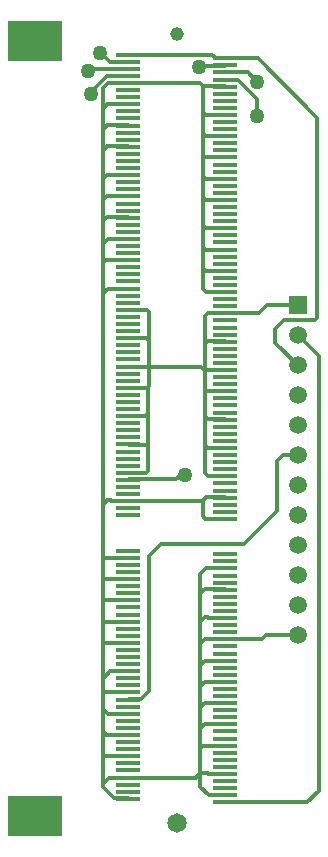
<source format=gbr>
%TF.GenerationSoftware,Altium Limited,Altium Designer,20.1.14 (287)*%
G04 Layer_Physical_Order=1*
G04 Layer_Color=255*
%FSLAX26Y26*%
%MOIN*%
%TF.SameCoordinates,6A0BC998-17C7-4340-AACC-798D36D37454*%
%TF.FilePolarity,Positive*%
%TF.FileFunction,Copper,L1,Top,Signal*%
%TF.Part,Single*%
G01*
G75*
%TA.AperFunction,ConnectorPad*%
%ADD10R,0.181102X0.137795*%
%ADD11R,0.078740X0.015748*%
%TA.AperFunction,Conductor*%
%ADD12C,0.012000*%
%TA.AperFunction,ComponentPad*%
%ADD13C,0.045276*%
%ADD14C,0.064961*%
%ADD15C,0.059055*%
%ADD16R,0.059055X0.059055*%
%TA.AperFunction,ViaPad*%
%ADD17C,0.050000*%
D10*
X1423976Y4845827D02*
D03*
Y2263150D02*
D03*
D11*
X2057835Y4788740D02*
D03*
X1735000Y4800551D02*
D03*
Y4776929D02*
D03*
Y4753307D02*
D03*
Y4729685D02*
D03*
Y4706063D02*
D03*
Y4682441D02*
D03*
Y4658819D02*
D03*
Y4635197D02*
D03*
Y4611575D02*
D03*
Y4587953D02*
D03*
Y4564331D02*
D03*
Y4540709D02*
D03*
Y4517087D02*
D03*
Y4493465D02*
D03*
Y4469842D02*
D03*
Y4446221D02*
D03*
Y4422598D02*
D03*
Y4398976D02*
D03*
Y4375354D02*
D03*
Y4351732D02*
D03*
Y4328110D02*
D03*
Y4304488D02*
D03*
Y4280866D02*
D03*
Y4257244D02*
D03*
Y4233622D02*
D03*
Y4210000D02*
D03*
Y4186378D02*
D03*
Y4162756D02*
D03*
Y4139134D02*
D03*
Y4115512D02*
D03*
Y4091890D02*
D03*
Y4068268D02*
D03*
Y4044646D02*
D03*
Y4021024D02*
D03*
Y3997402D02*
D03*
Y3973780D02*
D03*
Y3950157D02*
D03*
Y3926535D02*
D03*
Y3902913D02*
D03*
Y3879291D02*
D03*
Y3855669D02*
D03*
Y3832047D02*
D03*
Y3808425D02*
D03*
Y3761181D02*
D03*
Y3784803D02*
D03*
Y3737559D02*
D03*
Y3713937D02*
D03*
Y3690315D02*
D03*
Y3666693D02*
D03*
Y3643071D02*
D03*
Y3619449D02*
D03*
Y3595827D02*
D03*
Y3572205D02*
D03*
Y3548583D02*
D03*
Y3524961D02*
D03*
Y3501339D02*
D03*
Y3477717D02*
D03*
Y3454095D02*
D03*
Y3430472D02*
D03*
Y3406850D02*
D03*
Y3383228D02*
D03*
Y3359606D02*
D03*
Y3335984D02*
D03*
Y3312362D02*
D03*
Y3288740D02*
D03*
Y3265118D02*
D03*
Y3147008D02*
D03*
Y3123386D02*
D03*
Y3099764D02*
D03*
Y3076142D02*
D03*
Y3052520D02*
D03*
Y3028898D02*
D03*
Y3005276D02*
D03*
Y2981654D02*
D03*
Y2958032D02*
D03*
Y2934410D02*
D03*
Y2910787D02*
D03*
Y2887165D02*
D03*
Y2863543D02*
D03*
Y2839921D02*
D03*
Y2816299D02*
D03*
Y2792677D02*
D03*
Y2769055D02*
D03*
Y2745433D02*
D03*
Y2721811D02*
D03*
Y2698189D02*
D03*
Y2674567D02*
D03*
Y2650945D02*
D03*
Y2627323D02*
D03*
Y2603701D02*
D03*
Y2580079D02*
D03*
Y2556457D02*
D03*
Y2532835D02*
D03*
Y2509213D02*
D03*
Y2485591D02*
D03*
Y2461968D02*
D03*
Y2438347D02*
D03*
Y2414724D02*
D03*
Y2391102D02*
D03*
Y2367480D02*
D03*
Y2320236D02*
D03*
Y2343858D02*
D03*
X2057835Y4765118D02*
D03*
Y4741496D02*
D03*
Y4717874D02*
D03*
Y4694252D02*
D03*
Y4670630D02*
D03*
Y4647008D02*
D03*
Y4623386D02*
D03*
Y4599764D02*
D03*
Y4576142D02*
D03*
Y4552520D02*
D03*
Y4528898D02*
D03*
Y4505276D02*
D03*
Y4481654D02*
D03*
Y4458032D02*
D03*
Y4434409D02*
D03*
Y4410787D02*
D03*
Y4387165D02*
D03*
Y4363543D02*
D03*
Y4339921D02*
D03*
Y4316299D02*
D03*
Y4292677D02*
D03*
Y4269055D02*
D03*
Y4245433D02*
D03*
Y4221811D02*
D03*
Y4198189D02*
D03*
Y4174567D02*
D03*
Y4150945D02*
D03*
Y4127323D02*
D03*
Y4103701D02*
D03*
Y4080079D02*
D03*
Y4056457D02*
D03*
Y4032835D02*
D03*
Y4009213D02*
D03*
Y3985591D02*
D03*
Y3961968D02*
D03*
Y3938347D02*
D03*
Y3914724D02*
D03*
Y3891102D02*
D03*
Y3867480D02*
D03*
Y3843858D02*
D03*
Y3820236D02*
D03*
Y3796614D02*
D03*
Y3749370D02*
D03*
Y3772992D02*
D03*
Y3725748D02*
D03*
Y3702126D02*
D03*
Y3678504D02*
D03*
Y3654882D02*
D03*
Y3631260D02*
D03*
Y3607638D02*
D03*
Y3584016D02*
D03*
Y3560394D02*
D03*
Y3536772D02*
D03*
Y3513150D02*
D03*
Y3489528D02*
D03*
Y3465905D02*
D03*
Y3442284D02*
D03*
Y3418661D02*
D03*
Y3395039D02*
D03*
Y3371417D02*
D03*
Y3347795D02*
D03*
Y3324173D02*
D03*
Y3300551D02*
D03*
Y3276929D02*
D03*
Y3253307D02*
D03*
Y3135197D02*
D03*
Y3111575D02*
D03*
Y3087953D02*
D03*
Y3064331D02*
D03*
Y3040709D02*
D03*
Y3017087D02*
D03*
Y2993465D02*
D03*
Y2969843D02*
D03*
Y2946220D02*
D03*
Y2922598D02*
D03*
Y2898976D02*
D03*
Y2875354D02*
D03*
Y2851732D02*
D03*
Y2828110D02*
D03*
Y2804488D02*
D03*
Y2780866D02*
D03*
Y2757244D02*
D03*
Y2733622D02*
D03*
Y2710000D02*
D03*
Y2686378D02*
D03*
Y2662756D02*
D03*
Y2639134D02*
D03*
Y2615512D02*
D03*
Y2591890D02*
D03*
Y2568268D02*
D03*
Y2544646D02*
D03*
Y2521024D02*
D03*
Y2497402D02*
D03*
Y2473780D02*
D03*
Y2450157D02*
D03*
Y2426535D02*
D03*
Y2402913D02*
D03*
Y2379291D02*
D03*
Y2355669D02*
D03*
Y2308425D02*
D03*
Y2332047D02*
D03*
D12*
X1601654Y4746654D02*
X1608307Y4753307D01*
X1735000D01*
X1610000Y4670228D02*
Y4675456D01*
X1664229Y4729685D01*
X1910000Y3400000D02*
X1925000D01*
X1664229Y4729685D02*
X1735000D01*
X1672740Y4776929D02*
X1735000D01*
X1644669Y4805000D02*
X1672740Y4776929D01*
X1640000Y4805000D02*
X1644669D01*
X1895102Y3385102D02*
X1910000Y3400000D01*
X1736874Y3385102D02*
X1895102D01*
X2057835Y4717874D02*
X2059709Y4716000D01*
X2100301D01*
X2165000Y4651301D01*
Y4595000D02*
Y4651301D01*
X2055961Y4763244D02*
X2057835Y4765118D01*
X1973244Y4763244D02*
X2055961D01*
X1970000Y4760000D02*
X1973244Y4763244D01*
X2057835Y4741496D02*
X2133504D01*
X2165000Y4710000D01*
X2166260Y4788740D02*
X2365000Y4590000D01*
X2057835Y4788740D02*
X2166260D01*
X2255000Y3915000D02*
X2357970D01*
X2365000Y3922030D01*
Y4590000D01*
X2225000Y3885000D02*
X2255000Y3915000D01*
X2225000Y3840000D02*
Y3885000D01*
Y3840000D02*
X2300000Y3765000D01*
X2120000Y3170000D02*
X2230000Y3280000D01*
Y3445000D01*
X1845000Y3170000D02*
X2120000D01*
X2250000Y3465000D02*
X2300000D01*
X2230000Y3445000D02*
X2250000Y3465000D01*
X2196228Y3965000D02*
X2300000D01*
X2057835Y3938347D02*
X2169575D01*
X2196228Y3965000D01*
X2194933Y2865000D02*
X2300000D01*
X2181665Y2851732D02*
X2194933Y2865000D01*
X2057835Y2851732D02*
X2181665D01*
X2370000Y2347030D02*
Y3795000D01*
X2057835Y2308425D02*
X2331396D01*
X2370000Y2347030D01*
X2300000Y3865000D02*
X2370000Y3795000D01*
X1735000Y4800551D02*
X2014527D01*
X2026339Y4788740D01*
X2057835D01*
X1735000Y3383228D02*
X1736874Y3385102D01*
X2056181Y3940000D02*
X2057835Y3938347D01*
X2000000Y3940000D02*
X2056181D01*
X1990000Y3835000D02*
Y3930000D01*
X2000000Y3940000D01*
X2056693Y3845000D02*
X2057835Y3843858D01*
X2000000Y3845000D02*
X2056693D01*
X1990000Y3750000D02*
Y3835000D01*
X2000000Y3845000D01*
X1990000Y3405000D02*
X1999961Y3395039D01*
X2057835D01*
X1990000Y3405000D02*
Y3500000D01*
X2057362Y3490000D02*
X2057835Y3489528D01*
X2000000Y3490000D02*
X2057362D01*
X1990000Y3500000D02*
Y3595000D01*
Y3500000D02*
X2000000Y3490000D01*
X2056850Y3585000D02*
X2057835Y3584016D01*
X2000000Y3585000D02*
X2056850D01*
X1990000Y3595000D02*
Y3687030D01*
Y3595000D02*
X2000000Y3585000D01*
X1990000Y3687030D02*
Y3750000D01*
X1998525Y3678504D02*
X2057835D01*
X1990000Y3687030D02*
X1998525Y3678504D01*
X1800000Y3412030D02*
Y3507030D01*
X1735000Y3406850D02*
X1736850Y3405000D01*
X1792970D01*
X1800000Y3412030D01*
Y3507030D02*
Y3605000D01*
X1735000Y3501339D02*
X1736339Y3500000D01*
X1792970D01*
X1800000Y3507030D01*
X1797970Y3690315D02*
X1800000Y3692345D01*
Y3605000D02*
Y3692345D01*
X1805000Y3697345D01*
X1790827Y3595827D02*
X1800000Y3605000D01*
X1735000Y3595827D02*
X1790827D01*
X1735000Y3950157D02*
X1797970D01*
X1805000Y3943128D01*
Y3845000D02*
Y3943128D01*
X1735000Y3855669D02*
X1735669Y3855000D01*
X1795000D01*
X1805000Y3761181D02*
Y3845000D01*
X1795000Y3855000D02*
X1805000Y3845000D01*
Y3761181D02*
X1978819D01*
X1735000D02*
X1805000D01*
X1735000Y3690315D02*
X1797970D01*
X1805000Y3697345D02*
Y3761181D01*
X2057205Y3750000D02*
X2057835Y3749370D01*
X1990000Y3750000D02*
X2057205D01*
X1978819Y3761181D02*
X1990000Y3750000D01*
X1982362Y3262638D02*
X1991693Y3253307D01*
X2057835D01*
X1982362Y3262638D02*
Y3312362D01*
X2057008Y3325000D02*
X2057835Y3324173D01*
X1995000Y3325000D02*
X2057008D01*
X1735000Y3312362D02*
X1982362D01*
X1995000Y3325000D01*
X2057047Y4010000D02*
X2057835Y4009213D01*
X1995000Y4010000D02*
X2057047D01*
X1985000Y4020000D02*
Y4090000D01*
Y4020000D02*
X1995000Y4010000D01*
X1985000Y4090000D02*
X1994921Y4080079D01*
X2057835D01*
X1985000Y4090000D02*
Y4160000D01*
X1994055Y4150945D01*
X2057835D01*
X1985000Y4160000D02*
Y4230000D01*
X1993189Y4221811D01*
X2057835D01*
X1985000Y4230000D02*
Y4325000D01*
X1993701Y4316299D01*
X2057835D01*
X1985000Y4325000D02*
Y4395000D01*
X1992835Y4387165D01*
X2057835D01*
X1985000Y4395000D02*
Y4465061D01*
Y4540000D01*
X1992030Y4458032D02*
X2057835D01*
X1985000Y4465061D02*
X1992030Y4458032D01*
X2056732Y4530000D02*
X2057835Y4528898D01*
X1995000Y4530000D02*
X2056732D01*
X1985000Y4540000D02*
Y4610000D01*
Y4540000D02*
X1995000Y4530000D01*
X2057598Y4600000D02*
X2057835Y4599764D01*
X1995000Y4600000D02*
X2057598D01*
X1985000Y4610000D02*
Y4695000D01*
Y4610000D02*
X1995000Y4600000D01*
X2057087Y4695000D02*
X2057835Y4694252D01*
X1985000Y4695000D02*
X2057087D01*
X1735000Y4706063D02*
X1973937D01*
X1985000Y4695000D01*
X1666063Y4706063D02*
X1735000D01*
X1649970Y4689971D02*
X1666063Y4706063D01*
X1649970Y4619971D02*
Y4689971D01*
X1665197Y4635197D02*
X1735000D01*
X1649970Y4619971D02*
X1665197Y4635197D01*
X1649970Y4549971D02*
Y4619971D01*
X1734331Y4565000D02*
X1735000Y4564331D01*
X1665000Y4565000D02*
X1734331D01*
X1649970Y4479971D02*
Y4549971D01*
X1665000Y4565000D01*
X1733465Y4495000D02*
X1735000Y4493465D01*
X1665000Y4495000D02*
X1733465D01*
X1649970Y4384971D02*
Y4479971D01*
X1665000Y4495000D01*
X1733976Y4400000D02*
X1735000Y4398976D01*
X1665000Y4400000D02*
X1733976D01*
X1649970Y4314971D02*
Y4384971D01*
X1665000Y4400000D01*
X1733126Y4329984D02*
X1735000Y4328110D01*
X1677630Y4329984D02*
X1733126D01*
X1677614Y4330000D02*
X1677630Y4329984D01*
X1665000Y4330000D02*
X1677614D01*
X1649970Y4244971D02*
Y4314971D01*
X1665000Y4330000D01*
X1733126Y4259118D02*
X1735000Y4257244D01*
X1677630Y4259118D02*
X1733126D01*
X1676748Y4260000D02*
X1677630Y4259118D01*
X1665000Y4260000D02*
X1676748D01*
X1649970Y4169971D02*
Y4244971D01*
X1665000Y4260000D01*
X1666378Y4186378D02*
X1735000D01*
X1649970Y4169971D02*
X1666378Y4186378D01*
X1649970Y4104971D02*
Y4169971D01*
X1660512Y4115512D02*
X1735000D01*
X1649970Y4104971D02*
X1660512Y4115512D01*
X1649970Y4004970D02*
Y4104971D01*
X1666024Y4021024D02*
X1735000D01*
X1649970Y4004970D02*
X1666024Y4021024D01*
X1649970Y3299970D02*
Y4004970D01*
X1733126Y3314236D02*
X1735000Y3312362D01*
X1677630Y3314236D02*
X1733126D01*
X1676866Y3315000D02*
X1677630Y3314236D01*
X1665000Y3315000D02*
X1676866D01*
X1649970Y3116356D02*
Y3299970D01*
X1665000Y3315000D01*
X2055961Y3089827D02*
X2057835Y3087953D01*
X2005114Y3089827D02*
X2055961D01*
X2004941Y3090000D02*
X2005114Y3089827D01*
X1995000Y3090000D02*
X2004941D01*
X1975000Y3005000D02*
Y3070000D01*
X1995000Y3090000D01*
X2055961Y3018961D02*
X2057835Y3017087D01*
X2000980Y3018961D02*
X2055961D01*
X1999941Y3020000D02*
X2000980Y3018961D01*
X1990000Y3020000D02*
X1999941D01*
X1975000Y2910000D02*
Y3005000D01*
X1990000Y3020000D01*
X2055961Y2924472D02*
X2057835Y2922598D01*
X2000469Y2924472D02*
X2055961D01*
X1999941Y2925000D02*
X2000469Y2924472D01*
X1990000Y2925000D02*
X1999941D01*
X1975000Y2835000D02*
Y2910000D01*
X1990000Y2925000D01*
X1991732Y2851732D02*
X2057835D01*
X1975000Y2835000D02*
X1991732Y2851732D01*
X1975000Y2765000D02*
Y2835000D01*
X1990866Y2780866D02*
X2057835D01*
X1975000Y2765000D02*
X1990866Y2780866D01*
X1975000Y2695000D02*
Y2765000D01*
X1990000Y2710000D02*
X2057835D01*
X1975000Y2625000D02*
Y2695000D01*
X1990000Y2710000D01*
X2056968Y2640000D02*
X2057835Y2639134D01*
X1990000Y2640000D02*
X2056968D01*
X1975000Y2555000D02*
Y2625000D01*
X1990000Y2640000D01*
X2056102Y2570000D02*
X2057835Y2568268D01*
X1990000Y2570000D02*
X2056102D01*
X1975000Y2490000D02*
Y2555000D01*
X1990000Y2570000D01*
X1982402Y2497402D02*
X2057835D01*
X1975000Y2490000D02*
X1982402Y2497402D01*
X1975000Y2405000D02*
Y2490000D01*
Y2360000D02*
Y2405000D01*
X2002953Y2332047D02*
X2057835D01*
X1975000Y2360000D02*
X2002953Y2332047D01*
X2056587Y2404161D02*
X2057835Y2402913D01*
X2000465Y2404161D02*
X2056587D01*
X1999626Y2405000D02*
X2000465Y2404161D01*
X1975000Y2405000D02*
X1999626D01*
X1735000Y2391102D02*
X1961102D01*
X1975000Y2405000D01*
X1805000Y3130000D02*
X1845000Y3170000D01*
X1805000Y2680352D02*
Y3130000D01*
X1735000Y2650945D02*
X1736874Y2652819D01*
X1777467D01*
X1805000Y2680352D01*
X1649970Y2680000D02*
Y2720000D01*
Y2620000D02*
Y2680000D01*
X1655404Y2674567D02*
X1735000D01*
X1649970Y2680000D02*
X1655404Y2674567D01*
X1649970Y2545000D02*
Y2620000D01*
X1666270Y2603701D02*
X1735000D01*
X1649970Y2620000D02*
X1666270Y2603701D01*
X1649970Y2454939D02*
Y2545000D01*
X1662136Y2532835D02*
X1735000D01*
X1649970Y2545000D02*
X1662136Y2532835D01*
X1649970Y2720000D02*
Y2840000D01*
X1675404Y2745433D02*
X1735000D01*
X1649970Y2720000D02*
X1675404Y2745433D01*
X1649970Y2840000D02*
Y2910000D01*
X1650049Y2839921D02*
X1735000D01*
X1649970Y2840000D02*
X1650049Y2839921D01*
X1649970Y2910000D02*
Y2980000D01*
X1650758Y2910787D02*
X1735000D01*
X1649970Y2910000D02*
X1650758Y2910787D01*
X1649970Y2980000D02*
Y3050000D01*
X1651624Y2981654D02*
X1735000D01*
X1649970Y2980000D02*
X1651624Y2981654D01*
X1649970Y3050000D02*
Y3116356D01*
X1652490Y3052520D02*
X1735000D01*
X1649970Y3050000D02*
X1652490Y3052520D01*
X1657000Y3123386D02*
X1735000D01*
X1649970Y3116356D02*
X1657000Y3123386D01*
X1649970Y2369970D02*
Y2454939D01*
X1657000Y2461968D02*
X1735000D01*
X1649970Y2454939D02*
X1657000Y2461968D01*
X1649970Y2360030D02*
X1687890Y2322110D01*
X1671102Y2391102D02*
X1735000D01*
X1649970Y2369970D02*
X1671102Y2391102D01*
X1649970Y2360030D02*
Y2369970D01*
X1733126Y2322110D02*
X1735000Y2320236D01*
X1687890Y2322110D02*
X1733126D01*
D13*
X1896417Y4869449D02*
D03*
D14*
Y2239528D02*
D03*
D15*
X2300000Y2865000D02*
D03*
Y2965000D02*
D03*
Y3065000D02*
D03*
Y3165000D02*
D03*
Y3265000D02*
D03*
Y3365000D02*
D03*
Y3465000D02*
D03*
Y3565000D02*
D03*
Y3665000D02*
D03*
Y3765000D02*
D03*
Y3865000D02*
D03*
D16*
Y3965000D02*
D03*
D17*
X1601654Y4746654D02*
D03*
X1610000Y4670228D02*
D03*
X1925000Y3400000D02*
D03*
X1640000Y4805000D02*
D03*
X2165000Y4595000D02*
D03*
X1970000Y4760000D02*
D03*
X2165000Y4710000D02*
D03*
%TF.MD5,5bfe68ae8f9fc38ac778426a32f5c0d2*%
M02*

</source>
